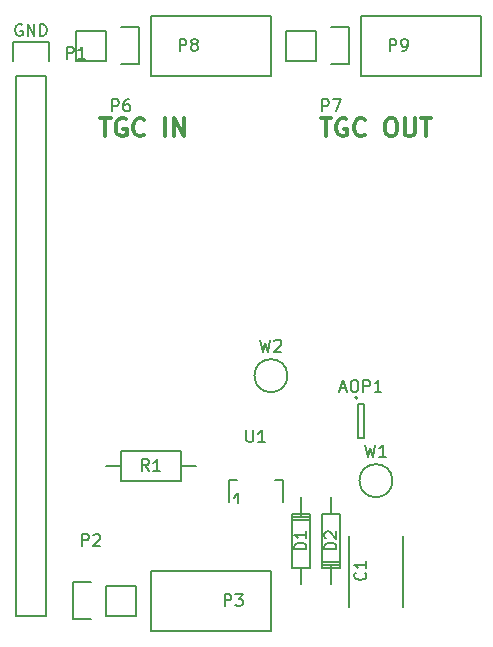
<source format=gto>
G04 #@! TF.FileFunction,Legend,Top*
%FSLAX46Y46*%
G04 Gerber Fmt 4.6, Leading zero omitted, Abs format (unit mm)*
G04 Created by KiCad (PCBNEW 4.0.4+e1-6308~48~ubuntu16.04.1-stable) date Fri Dec  2 12:05:53 2016*
%MOMM*%
%LPD*%
G01*
G04 APERTURE LIST*
%ADD10C,0.100000*%
%ADD11C,0.300000*%
%ADD12C,0.150000*%
G04 APERTURE END LIST*
D10*
D11*
X98227143Y-83633571D02*
X99084286Y-83633571D01*
X98655715Y-85133571D02*
X98655715Y-83633571D01*
X100370000Y-83705000D02*
X100227143Y-83633571D01*
X100012857Y-83633571D01*
X99798572Y-83705000D01*
X99655714Y-83847857D01*
X99584286Y-83990714D01*
X99512857Y-84276429D01*
X99512857Y-84490714D01*
X99584286Y-84776429D01*
X99655714Y-84919286D01*
X99798572Y-85062143D01*
X100012857Y-85133571D01*
X100155714Y-85133571D01*
X100370000Y-85062143D01*
X100441429Y-84990714D01*
X100441429Y-84490714D01*
X100155714Y-84490714D01*
X101941429Y-84990714D02*
X101870000Y-85062143D01*
X101655714Y-85133571D01*
X101512857Y-85133571D01*
X101298572Y-85062143D01*
X101155714Y-84919286D01*
X101084286Y-84776429D01*
X101012857Y-84490714D01*
X101012857Y-84276429D01*
X101084286Y-83990714D01*
X101155714Y-83847857D01*
X101298572Y-83705000D01*
X101512857Y-83633571D01*
X101655714Y-83633571D01*
X101870000Y-83705000D01*
X101941429Y-83776429D01*
X104012857Y-83633571D02*
X104298571Y-83633571D01*
X104441429Y-83705000D01*
X104584286Y-83847857D01*
X104655714Y-84133571D01*
X104655714Y-84633571D01*
X104584286Y-84919286D01*
X104441429Y-85062143D01*
X104298571Y-85133571D01*
X104012857Y-85133571D01*
X103870000Y-85062143D01*
X103727143Y-84919286D01*
X103655714Y-84633571D01*
X103655714Y-84133571D01*
X103727143Y-83847857D01*
X103870000Y-83705000D01*
X104012857Y-83633571D01*
X105298572Y-83633571D02*
X105298572Y-84847857D01*
X105370000Y-84990714D01*
X105441429Y-85062143D01*
X105584286Y-85133571D01*
X105870000Y-85133571D01*
X106012858Y-85062143D01*
X106084286Y-84990714D01*
X106155715Y-84847857D01*
X106155715Y-83633571D01*
X106655715Y-83633571D02*
X107512858Y-83633571D01*
X107084287Y-85133571D02*
X107084287Y-83633571D01*
X79542143Y-83633571D02*
X80399286Y-83633571D01*
X79970715Y-85133571D02*
X79970715Y-83633571D01*
X81685000Y-83705000D02*
X81542143Y-83633571D01*
X81327857Y-83633571D01*
X81113572Y-83705000D01*
X80970714Y-83847857D01*
X80899286Y-83990714D01*
X80827857Y-84276429D01*
X80827857Y-84490714D01*
X80899286Y-84776429D01*
X80970714Y-84919286D01*
X81113572Y-85062143D01*
X81327857Y-85133571D01*
X81470714Y-85133571D01*
X81685000Y-85062143D01*
X81756429Y-84990714D01*
X81756429Y-84490714D01*
X81470714Y-84490714D01*
X83256429Y-84990714D02*
X83185000Y-85062143D01*
X82970714Y-85133571D01*
X82827857Y-85133571D01*
X82613572Y-85062143D01*
X82470714Y-84919286D01*
X82399286Y-84776429D01*
X82327857Y-84490714D01*
X82327857Y-84276429D01*
X82399286Y-83990714D01*
X82470714Y-83847857D01*
X82613572Y-83705000D01*
X82827857Y-83633571D01*
X82970714Y-83633571D01*
X83185000Y-83705000D01*
X83256429Y-83776429D01*
X85042143Y-85133571D02*
X85042143Y-83633571D01*
X85756429Y-85133571D02*
X85756429Y-83633571D01*
X86613572Y-85133571D01*
X86613572Y-83633571D01*
D12*
X95380000Y-105410000D02*
G75*
G03X95380000Y-105410000I-1400000J0D01*
G01*
X104270000Y-114300000D02*
G75*
G03X104270000Y-114300000I-1400000J0D01*
G01*
X100610000Y-75920000D02*
X99060000Y-75920000D01*
X95250000Y-76200000D02*
X97790000Y-76200000D01*
X97790000Y-76200000D02*
X97790000Y-78740000D01*
X99060000Y-79020000D02*
X100610000Y-79020000D01*
X100610000Y-79020000D02*
X100610000Y-75920000D01*
X97790000Y-78740000D02*
X95250000Y-78740000D01*
X95250000Y-78740000D02*
X95250000Y-76200000D01*
X82830000Y-75920000D02*
X81280000Y-75920000D01*
X77470000Y-76200000D02*
X80010000Y-76200000D01*
X80010000Y-76200000D02*
X80010000Y-78740000D01*
X81280000Y-79020000D02*
X82830000Y-79020000D01*
X82830000Y-79020000D02*
X82830000Y-75920000D01*
X80010000Y-78740000D02*
X77470000Y-78740000D01*
X77470000Y-78740000D02*
X77470000Y-76200000D01*
X77190000Y-126010000D02*
X78740000Y-126010000D01*
X82550000Y-125730000D02*
X80010000Y-125730000D01*
X80010000Y-125730000D02*
X80010000Y-123190000D01*
X78740000Y-122910000D02*
X77190000Y-122910000D01*
X77190000Y-122910000D02*
X77190000Y-126010000D01*
X80010000Y-123190000D02*
X82550000Y-123190000D01*
X82550000Y-123190000D02*
X82550000Y-125730000D01*
X72390000Y-80010000D02*
X72390000Y-125730000D01*
X72390000Y-125730000D02*
X74930000Y-125730000D01*
X74930000Y-125730000D02*
X74930000Y-80010000D01*
X72110000Y-77190000D02*
X72110000Y-78740000D01*
X72390000Y-80010000D02*
X74930000Y-80010000D01*
X75210000Y-78740000D02*
X75210000Y-77190000D01*
X75210000Y-77190000D02*
X72110000Y-77190000D01*
X101300000Y-107270000D02*
G75*
G03X101300000Y-107270000I-100000J0D01*
G01*
X101850000Y-107770000D02*
X101350000Y-107770000D01*
X101850000Y-110670000D02*
X101850000Y-107770000D01*
X101350000Y-110670000D02*
X101850000Y-110670000D01*
X101350000Y-107770000D02*
X101350000Y-110670000D01*
X100620000Y-124960000D02*
X100620000Y-118960000D01*
X105120000Y-118960000D02*
X105120000Y-124960000D01*
X90810080Y-115770660D02*
X91059000Y-115470940D01*
X91059000Y-115470940D02*
X91160600Y-115321080D01*
X91160600Y-115321080D02*
X91160600Y-116169440D01*
X90459560Y-114269520D02*
X90459560Y-116070380D01*
X90459560Y-114269520D02*
X91109800Y-114269520D01*
X94960440Y-114269520D02*
X94960440Y-116070380D01*
X94960440Y-114269520D02*
X94310200Y-114269520D01*
X111760000Y-80010000D02*
X101600000Y-80010000D01*
X101600000Y-80010000D02*
X101600000Y-74930000D01*
X101600000Y-74930000D02*
X111760000Y-74930000D01*
X111760000Y-74930000D02*
X111760000Y-80010000D01*
X93980000Y-80010000D02*
X83820000Y-80010000D01*
X83820000Y-80010000D02*
X83820000Y-74930000D01*
X83820000Y-74930000D02*
X93980000Y-74930000D01*
X93980000Y-74930000D02*
X93980000Y-80010000D01*
X83820000Y-121920000D02*
X93980000Y-121920000D01*
X93980000Y-121920000D02*
X93980000Y-127000000D01*
X93980000Y-127000000D02*
X83820000Y-127000000D01*
X83820000Y-127000000D02*
X83820000Y-121920000D01*
X81280000Y-111760000D02*
X86360000Y-111760000D01*
X86360000Y-111760000D02*
X86360000Y-114300000D01*
X86360000Y-114300000D02*
X81280000Y-114300000D01*
X81280000Y-114300000D02*
X81280000Y-111760000D01*
X81280000Y-113030000D02*
X80010000Y-113030000D01*
X86360000Y-113030000D02*
X87630000Y-113030000D01*
X99057460Y-117093480D02*
X99057460Y-115696480D01*
X99057460Y-121538480D02*
X99057460Y-123062480D01*
X98295460Y-121157480D02*
X99819460Y-121157480D01*
X98295460Y-121411480D02*
X99819460Y-121411480D01*
X99057460Y-121665480D02*
X99819460Y-121665480D01*
X99819460Y-121665480D02*
X99819460Y-117093480D01*
X99819460Y-117093480D02*
X98295460Y-117093480D01*
X98295460Y-117093480D02*
X98295460Y-121665480D01*
X98295460Y-121665480D02*
X99057460Y-121665480D01*
X96522540Y-121666520D02*
X96522540Y-123063520D01*
X96522540Y-117221520D02*
X96522540Y-115697520D01*
X97284540Y-117602520D02*
X95760540Y-117602520D01*
X97284540Y-117348520D02*
X95760540Y-117348520D01*
X96522540Y-117094520D02*
X95760540Y-117094520D01*
X95760540Y-117094520D02*
X95760540Y-121666520D01*
X95760540Y-121666520D02*
X97284540Y-121666520D01*
X97284540Y-121666520D02*
X97284540Y-117094520D01*
X97284540Y-117094520D02*
X96522540Y-117094520D01*
X93075238Y-102362381D02*
X93313333Y-103362381D01*
X93503810Y-102648095D01*
X93694286Y-103362381D01*
X93932381Y-102362381D01*
X94265714Y-102457619D02*
X94313333Y-102410000D01*
X94408571Y-102362381D01*
X94646667Y-102362381D01*
X94741905Y-102410000D01*
X94789524Y-102457619D01*
X94837143Y-102552857D01*
X94837143Y-102648095D01*
X94789524Y-102790952D01*
X94218095Y-103362381D01*
X94837143Y-103362381D01*
X101965238Y-111252381D02*
X102203333Y-112252381D01*
X102393810Y-111538095D01*
X102584286Y-112252381D01*
X102822381Y-111252381D01*
X103727143Y-112252381D02*
X103155714Y-112252381D01*
X103441428Y-112252381D02*
X103441428Y-111252381D01*
X103346190Y-111395238D01*
X103250952Y-111490476D01*
X103155714Y-111538095D01*
X98321905Y-83022381D02*
X98321905Y-82022381D01*
X98702858Y-82022381D01*
X98798096Y-82070000D01*
X98845715Y-82117619D01*
X98893334Y-82212857D01*
X98893334Y-82355714D01*
X98845715Y-82450952D01*
X98798096Y-82498571D01*
X98702858Y-82546190D01*
X98321905Y-82546190D01*
X99226667Y-82022381D02*
X99893334Y-82022381D01*
X99464762Y-83022381D01*
X80541905Y-83022381D02*
X80541905Y-82022381D01*
X80922858Y-82022381D01*
X81018096Y-82070000D01*
X81065715Y-82117619D01*
X81113334Y-82212857D01*
X81113334Y-82355714D01*
X81065715Y-82450952D01*
X81018096Y-82498571D01*
X80922858Y-82546190D01*
X80541905Y-82546190D01*
X81970477Y-82022381D02*
X81780000Y-82022381D01*
X81684762Y-82070000D01*
X81637143Y-82117619D01*
X81541905Y-82260476D01*
X81494286Y-82450952D01*
X81494286Y-82831905D01*
X81541905Y-82927143D01*
X81589524Y-82974762D01*
X81684762Y-83022381D01*
X81875239Y-83022381D01*
X81970477Y-82974762D01*
X82018096Y-82927143D01*
X82065715Y-82831905D01*
X82065715Y-82593810D01*
X82018096Y-82498571D01*
X81970477Y-82450952D01*
X81875239Y-82403333D01*
X81684762Y-82403333D01*
X81589524Y-82450952D01*
X81541905Y-82498571D01*
X81494286Y-82593810D01*
X78001905Y-119812381D02*
X78001905Y-118812381D01*
X78382858Y-118812381D01*
X78478096Y-118860000D01*
X78525715Y-118907619D01*
X78573334Y-119002857D01*
X78573334Y-119145714D01*
X78525715Y-119240952D01*
X78478096Y-119288571D01*
X78382858Y-119336190D01*
X78001905Y-119336190D01*
X78954286Y-118907619D02*
X79001905Y-118860000D01*
X79097143Y-118812381D01*
X79335239Y-118812381D01*
X79430477Y-118860000D01*
X79478096Y-118907619D01*
X79525715Y-119002857D01*
X79525715Y-119098095D01*
X79478096Y-119240952D01*
X78906667Y-119812381D01*
X79525715Y-119812381D01*
X76731905Y-78557381D02*
X76731905Y-77557381D01*
X77112858Y-77557381D01*
X77208096Y-77605000D01*
X77255715Y-77652619D01*
X77303334Y-77747857D01*
X77303334Y-77890714D01*
X77255715Y-77985952D01*
X77208096Y-78033571D01*
X77112858Y-78081190D01*
X76731905Y-78081190D01*
X78255715Y-78557381D02*
X77684286Y-78557381D01*
X77970000Y-78557381D02*
X77970000Y-77557381D01*
X77874762Y-77700238D01*
X77779524Y-77795476D01*
X77684286Y-77843095D01*
X72898096Y-75700000D02*
X72802858Y-75652381D01*
X72660001Y-75652381D01*
X72517143Y-75700000D01*
X72421905Y-75795238D01*
X72374286Y-75890476D01*
X72326667Y-76080952D01*
X72326667Y-76223810D01*
X72374286Y-76414286D01*
X72421905Y-76509524D01*
X72517143Y-76604762D01*
X72660001Y-76652381D01*
X72755239Y-76652381D01*
X72898096Y-76604762D01*
X72945715Y-76557143D01*
X72945715Y-76223810D01*
X72755239Y-76223810D01*
X73374286Y-76652381D02*
X73374286Y-75652381D01*
X73945715Y-76652381D01*
X73945715Y-75652381D01*
X74421905Y-76652381D02*
X74421905Y-75652381D01*
X74660000Y-75652381D01*
X74802858Y-75700000D01*
X74898096Y-75795238D01*
X74945715Y-75890476D01*
X74993334Y-76080952D01*
X74993334Y-76223810D01*
X74945715Y-76414286D01*
X74898096Y-76509524D01*
X74802858Y-76604762D01*
X74660000Y-76652381D01*
X74421905Y-76652381D01*
X99861905Y-106486667D02*
X100338096Y-106486667D01*
X99766667Y-106772381D02*
X100100000Y-105772381D01*
X100433334Y-106772381D01*
X100957143Y-105772381D02*
X101147620Y-105772381D01*
X101242858Y-105820000D01*
X101338096Y-105915238D01*
X101385715Y-106105714D01*
X101385715Y-106439048D01*
X101338096Y-106629524D01*
X101242858Y-106724762D01*
X101147620Y-106772381D01*
X100957143Y-106772381D01*
X100861905Y-106724762D01*
X100766667Y-106629524D01*
X100719048Y-106439048D01*
X100719048Y-106105714D01*
X100766667Y-105915238D01*
X100861905Y-105820000D01*
X100957143Y-105772381D01*
X101814286Y-106772381D02*
X101814286Y-105772381D01*
X102195239Y-105772381D01*
X102290477Y-105820000D01*
X102338096Y-105867619D01*
X102385715Y-105962857D01*
X102385715Y-106105714D01*
X102338096Y-106200952D01*
X102290477Y-106248571D01*
X102195239Y-106296190D01*
X101814286Y-106296190D01*
X103338096Y-106772381D02*
X102766667Y-106772381D01*
X103052381Y-106772381D02*
X103052381Y-105772381D01*
X102957143Y-105915238D01*
X102861905Y-106010476D01*
X102766667Y-106058095D01*
X101957143Y-122086666D02*
X102004762Y-122134285D01*
X102052381Y-122277142D01*
X102052381Y-122372380D01*
X102004762Y-122515238D01*
X101909524Y-122610476D01*
X101814286Y-122658095D01*
X101623810Y-122705714D01*
X101480952Y-122705714D01*
X101290476Y-122658095D01*
X101195238Y-122610476D01*
X101100000Y-122515238D01*
X101052381Y-122372380D01*
X101052381Y-122277142D01*
X101100000Y-122134285D01*
X101147619Y-122086666D01*
X102052381Y-121134285D02*
X102052381Y-121705714D01*
X102052381Y-121420000D02*
X101052381Y-121420000D01*
X101195238Y-121515238D01*
X101290476Y-121610476D01*
X101338095Y-121705714D01*
X91897295Y-110021121D02*
X91897295Y-110830645D01*
X91944914Y-110925883D01*
X91992533Y-110973502D01*
X92087771Y-111021121D01*
X92278248Y-111021121D01*
X92373486Y-110973502D01*
X92421105Y-110925883D01*
X92468724Y-110830645D01*
X92468724Y-110021121D01*
X93468724Y-111021121D02*
X92897295Y-111021121D01*
X93183009Y-111021121D02*
X93183009Y-110021121D01*
X93087771Y-110163978D01*
X92992533Y-110259216D01*
X92897295Y-110306835D01*
X104036905Y-77922381D02*
X104036905Y-76922381D01*
X104417858Y-76922381D01*
X104513096Y-76970000D01*
X104560715Y-77017619D01*
X104608334Y-77112857D01*
X104608334Y-77255714D01*
X104560715Y-77350952D01*
X104513096Y-77398571D01*
X104417858Y-77446190D01*
X104036905Y-77446190D01*
X105084524Y-77922381D02*
X105275000Y-77922381D01*
X105370239Y-77874762D01*
X105417858Y-77827143D01*
X105513096Y-77684286D01*
X105560715Y-77493810D01*
X105560715Y-77112857D01*
X105513096Y-77017619D01*
X105465477Y-76970000D01*
X105370239Y-76922381D01*
X105179762Y-76922381D01*
X105084524Y-76970000D01*
X105036905Y-77017619D01*
X104989286Y-77112857D01*
X104989286Y-77350952D01*
X105036905Y-77446190D01*
X105084524Y-77493810D01*
X105179762Y-77541429D01*
X105370239Y-77541429D01*
X105465477Y-77493810D01*
X105513096Y-77446190D01*
X105560715Y-77350952D01*
X86256905Y-77922381D02*
X86256905Y-76922381D01*
X86637858Y-76922381D01*
X86733096Y-76970000D01*
X86780715Y-77017619D01*
X86828334Y-77112857D01*
X86828334Y-77255714D01*
X86780715Y-77350952D01*
X86733096Y-77398571D01*
X86637858Y-77446190D01*
X86256905Y-77446190D01*
X87399762Y-77350952D02*
X87304524Y-77303333D01*
X87256905Y-77255714D01*
X87209286Y-77160476D01*
X87209286Y-77112857D01*
X87256905Y-77017619D01*
X87304524Y-76970000D01*
X87399762Y-76922381D01*
X87590239Y-76922381D01*
X87685477Y-76970000D01*
X87733096Y-77017619D01*
X87780715Y-77112857D01*
X87780715Y-77160476D01*
X87733096Y-77255714D01*
X87685477Y-77303333D01*
X87590239Y-77350952D01*
X87399762Y-77350952D01*
X87304524Y-77398571D01*
X87256905Y-77446190D01*
X87209286Y-77541429D01*
X87209286Y-77731905D01*
X87256905Y-77827143D01*
X87304524Y-77874762D01*
X87399762Y-77922381D01*
X87590239Y-77922381D01*
X87685477Y-77874762D01*
X87733096Y-77827143D01*
X87780715Y-77731905D01*
X87780715Y-77541429D01*
X87733096Y-77446190D01*
X87685477Y-77398571D01*
X87590239Y-77350952D01*
X90066905Y-124912381D02*
X90066905Y-123912381D01*
X90447858Y-123912381D01*
X90543096Y-123960000D01*
X90590715Y-124007619D01*
X90638334Y-124102857D01*
X90638334Y-124245714D01*
X90590715Y-124340952D01*
X90543096Y-124388571D01*
X90447858Y-124436190D01*
X90066905Y-124436190D01*
X90971667Y-123912381D02*
X91590715Y-123912381D01*
X91257381Y-124293333D01*
X91400239Y-124293333D01*
X91495477Y-124340952D01*
X91543096Y-124388571D01*
X91590715Y-124483810D01*
X91590715Y-124721905D01*
X91543096Y-124817143D01*
X91495477Y-124864762D01*
X91400239Y-124912381D01*
X91114524Y-124912381D01*
X91019286Y-124864762D01*
X90971667Y-124817143D01*
X83653334Y-113482381D02*
X83320000Y-113006190D01*
X83081905Y-113482381D02*
X83081905Y-112482381D01*
X83462858Y-112482381D01*
X83558096Y-112530000D01*
X83605715Y-112577619D01*
X83653334Y-112672857D01*
X83653334Y-112815714D01*
X83605715Y-112910952D01*
X83558096Y-112958571D01*
X83462858Y-113006190D01*
X83081905Y-113006190D01*
X84605715Y-113482381D02*
X84034286Y-113482381D01*
X84320000Y-113482381D02*
X84320000Y-112482381D01*
X84224762Y-112625238D01*
X84129524Y-112720476D01*
X84034286Y-112768095D01*
X99512381Y-120118095D02*
X98512381Y-120118095D01*
X98512381Y-119880000D01*
X98560000Y-119737142D01*
X98655238Y-119641904D01*
X98750476Y-119594285D01*
X98940952Y-119546666D01*
X99083810Y-119546666D01*
X99274286Y-119594285D01*
X99369524Y-119641904D01*
X99464762Y-119737142D01*
X99512381Y-119880000D01*
X99512381Y-120118095D01*
X98607619Y-119165714D02*
X98560000Y-119118095D01*
X98512381Y-119022857D01*
X98512381Y-118784761D01*
X98560000Y-118689523D01*
X98607619Y-118641904D01*
X98702857Y-118594285D01*
X98798095Y-118594285D01*
X98940952Y-118641904D01*
X99512381Y-119213333D01*
X99512381Y-118594285D01*
X96972381Y-120118095D02*
X95972381Y-120118095D01*
X95972381Y-119880000D01*
X96020000Y-119737142D01*
X96115238Y-119641904D01*
X96210476Y-119594285D01*
X96400952Y-119546666D01*
X96543810Y-119546666D01*
X96734286Y-119594285D01*
X96829524Y-119641904D01*
X96924762Y-119737142D01*
X96972381Y-119880000D01*
X96972381Y-120118095D01*
X96972381Y-118594285D02*
X96972381Y-119165714D01*
X96972381Y-118880000D02*
X95972381Y-118880000D01*
X96115238Y-118975238D01*
X96210476Y-119070476D01*
X96258095Y-119165714D01*
M02*

</source>
